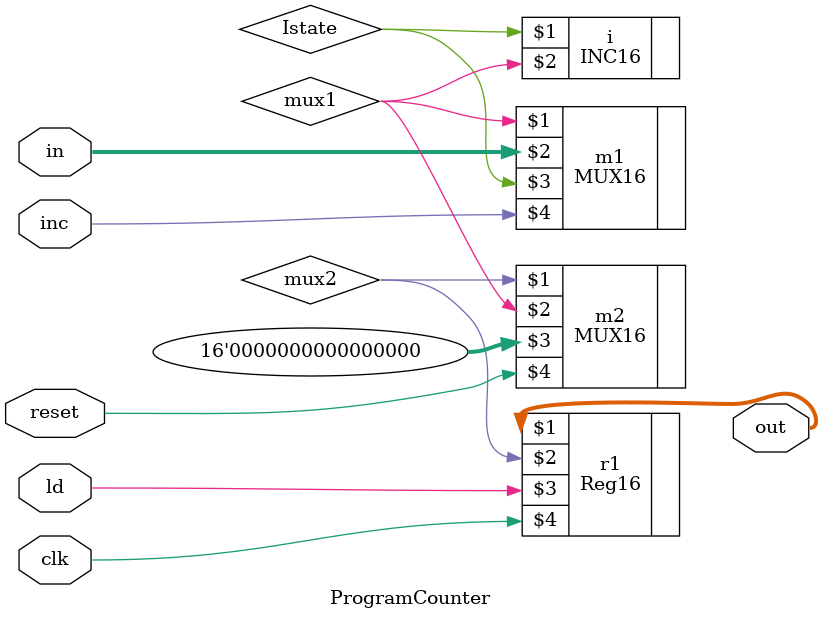
<source format=sv>
module ProgramCounter(
  output [15:0]out,
  input [15:0]in,
  input ld,
  input inc,
  input reset,
  input clk
);
  
  // if inc, PC += 1
  INC16 i(Istate, mux1);

  MUX16 m1(mux1, in, Istate , inc);
   
  // if reset, PC = 0;
  MUX16 m2(mux2, mux1, 16'b0, reset);
  
  Reg16 r1(out, mux2, ld, clk);
    
endmodule
</source>
